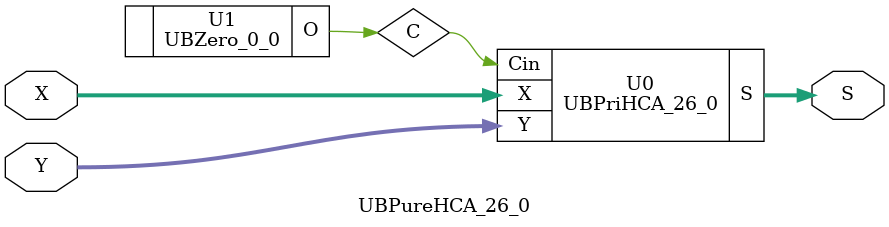
<source format=v>
/*----------------------------------------------------------------------------
  Copyright (c) 2021 Homma laboratory. All rights reserved.

  Top module: UBHCA_26_0_26_0

  Operand-1 length: 27
  Operand-2 length: 27
  Two-operand addition algorithm: Han-Carlson adder
----------------------------------------------------------------------------*/

module GPGenerator(Go, Po, A, B);
  output Go;
  output Po;
  input A;
  input B;
  assign Go = A & B;
  assign Po = A ^ B;
endmodule

module CarryOperator(Go, Po, Gi1, Pi1, Gi2, Pi2);
  output Go;
  output Po;
  input Gi1;
  input Gi2;
  input Pi1;
  input Pi2;
  assign Go = Gi1 | ( Gi2 & Pi1 );
  assign Po = Pi1 & Pi2;
endmodule

module UBPriHCA_26_0(S, X, Y, Cin);
  output [27:0] S;
  input Cin;
  input [26:0] X;
  input [26:0] Y;
  wire [26:0] G0;
  wire [26:0] G1;
  wire [26:0] G2;
  wire [26:0] G3;
  wire [26:0] G4;
  wire [26:0] G5;
  wire [26:0] G6;
  wire [26:0] P0;
  wire [26:0] P1;
  wire [26:0] P2;
  wire [26:0] P3;
  wire [26:0] P4;
  wire [26:0] P5;
  wire [26:0] P6;
  assign P1[0] = P0[0];
  assign G1[0] = G0[0];
  assign P1[2] = P0[2];
  assign G1[2] = G0[2];
  assign P1[4] = P0[4];
  assign G1[4] = G0[4];
  assign P1[6] = P0[6];
  assign G1[6] = G0[6];
  assign P1[8] = P0[8];
  assign G1[8] = G0[8];
  assign P1[10] = P0[10];
  assign G1[10] = G0[10];
  assign P1[12] = P0[12];
  assign G1[12] = G0[12];
  assign P1[14] = P0[14];
  assign G1[14] = G0[14];
  assign P1[16] = P0[16];
  assign G1[16] = G0[16];
  assign P1[18] = P0[18];
  assign G1[18] = G0[18];
  assign P1[20] = P0[20];
  assign G1[20] = G0[20];
  assign P1[22] = P0[22];
  assign G1[22] = G0[22];
  assign P1[24] = P0[24];
  assign G1[24] = G0[24];
  assign P1[26] = P0[26];
  assign G1[26] = G0[26];
  assign P2[0] = P1[0];
  assign G2[0] = G1[0];
  assign P2[1] = P1[1];
  assign G2[1] = G1[1];
  assign P2[2] = P1[2];
  assign G2[2] = G1[2];
  assign P2[4] = P1[4];
  assign G2[4] = G1[4];
  assign P2[6] = P1[6];
  assign G2[6] = G1[6];
  assign P2[8] = P1[8];
  assign G2[8] = G1[8];
  assign P2[10] = P1[10];
  assign G2[10] = G1[10];
  assign P2[12] = P1[12];
  assign G2[12] = G1[12];
  assign P2[14] = P1[14];
  assign G2[14] = G1[14];
  assign P2[16] = P1[16];
  assign G2[16] = G1[16];
  assign P2[18] = P1[18];
  assign G2[18] = G1[18];
  assign P2[20] = P1[20];
  assign G2[20] = G1[20];
  assign P2[22] = P1[22];
  assign G2[22] = G1[22];
  assign P2[24] = P1[24];
  assign G2[24] = G1[24];
  assign P2[26] = P1[26];
  assign G2[26] = G1[26];
  assign P3[0] = P2[0];
  assign G3[0] = G2[0];
  assign P3[1] = P2[1];
  assign G3[1] = G2[1];
  assign P3[2] = P2[2];
  assign G3[2] = G2[2];
  assign P3[3] = P2[3];
  assign G3[3] = G2[3];
  assign P3[4] = P2[4];
  assign G3[4] = G2[4];
  assign P3[6] = P2[6];
  assign G3[6] = G2[6];
  assign P3[8] = P2[8];
  assign G3[8] = G2[8];
  assign P3[10] = P2[10];
  assign G3[10] = G2[10];
  assign P3[12] = P2[12];
  assign G3[12] = G2[12];
  assign P3[14] = P2[14];
  assign G3[14] = G2[14];
  assign P3[16] = P2[16];
  assign G3[16] = G2[16];
  assign P3[18] = P2[18];
  assign G3[18] = G2[18];
  assign P3[20] = P2[20];
  assign G3[20] = G2[20];
  assign P3[22] = P2[22];
  assign G3[22] = G2[22];
  assign P3[24] = P2[24];
  assign G3[24] = G2[24];
  assign P3[26] = P2[26];
  assign G3[26] = G2[26];
  assign P4[0] = P3[0];
  assign G4[0] = G3[0];
  assign P4[1] = P3[1];
  assign G4[1] = G3[1];
  assign P4[2] = P3[2];
  assign G4[2] = G3[2];
  assign P4[3] = P3[3];
  assign G4[3] = G3[3];
  assign P4[4] = P3[4];
  assign G4[4] = G3[4];
  assign P4[5] = P3[5];
  assign G4[5] = G3[5];
  assign P4[6] = P3[6];
  assign G4[6] = G3[6];
  assign P4[7] = P3[7];
  assign G4[7] = G3[7];
  assign P4[8] = P3[8];
  assign G4[8] = G3[8];
  assign P4[10] = P3[10];
  assign G4[10] = G3[10];
  assign P4[12] = P3[12];
  assign G4[12] = G3[12];
  assign P4[14] = P3[14];
  assign G4[14] = G3[14];
  assign P4[16] = P3[16];
  assign G4[16] = G3[16];
  assign P4[18] = P3[18];
  assign G4[18] = G3[18];
  assign P4[20] = P3[20];
  assign G4[20] = G3[20];
  assign P4[22] = P3[22];
  assign G4[22] = G3[22];
  assign P4[24] = P3[24];
  assign G4[24] = G3[24];
  assign P4[26] = P3[26];
  assign G4[26] = G3[26];
  assign P5[0] = P4[0];
  assign G5[0] = G4[0];
  assign P5[1] = P4[1];
  assign G5[1] = G4[1];
  assign P5[2] = P4[2];
  assign G5[2] = G4[2];
  assign P5[3] = P4[3];
  assign G5[3] = G4[3];
  assign P5[4] = P4[4];
  assign G5[4] = G4[4];
  assign P5[5] = P4[5];
  assign G5[5] = G4[5];
  assign P5[6] = P4[6];
  assign G5[6] = G4[6];
  assign P5[7] = P4[7];
  assign G5[7] = G4[7];
  assign P5[8] = P4[8];
  assign G5[8] = G4[8];
  assign P5[9] = P4[9];
  assign G5[9] = G4[9];
  assign P5[10] = P4[10];
  assign G5[10] = G4[10];
  assign P5[11] = P4[11];
  assign G5[11] = G4[11];
  assign P5[12] = P4[12];
  assign G5[12] = G4[12];
  assign P5[13] = P4[13];
  assign G5[13] = G4[13];
  assign P5[14] = P4[14];
  assign G5[14] = G4[14];
  assign P5[15] = P4[15];
  assign G5[15] = G4[15];
  assign P5[16] = P4[16];
  assign G5[16] = G4[16];
  assign P5[18] = P4[18];
  assign G5[18] = G4[18];
  assign P5[20] = P4[20];
  assign G5[20] = G4[20];
  assign P5[22] = P4[22];
  assign G5[22] = G4[22];
  assign P5[24] = P4[24];
  assign G5[24] = G4[24];
  assign P5[26] = P4[26];
  assign G5[26] = G4[26];
  assign P6[0] = P5[0];
  assign G6[0] = G5[0];
  assign P6[1] = P5[1];
  assign G6[1] = G5[1];
  assign P6[3] = P5[3];
  assign G6[3] = G5[3];
  assign P6[5] = P5[5];
  assign G6[5] = G5[5];
  assign P6[7] = P5[7];
  assign G6[7] = G5[7];
  assign P6[9] = P5[9];
  assign G6[9] = G5[9];
  assign P6[11] = P5[11];
  assign G6[11] = G5[11];
  assign P6[13] = P5[13];
  assign G6[13] = G5[13];
  assign P6[15] = P5[15];
  assign G6[15] = G5[15];
  assign P6[17] = P5[17];
  assign G6[17] = G5[17];
  assign P6[19] = P5[19];
  assign G6[19] = G5[19];
  assign P6[21] = P5[21];
  assign G6[21] = G5[21];
  assign P6[23] = P5[23];
  assign G6[23] = G5[23];
  assign P6[25] = P5[25];
  assign G6[25] = G5[25];
  assign S[0] = Cin ^ P0[0];
  assign S[1] = ( G6[0] | ( P6[0] & Cin ) ) ^ P0[1];
  assign S[2] = ( G6[1] | ( P6[1] & Cin ) ) ^ P0[2];
  assign S[3] = ( G6[2] | ( P6[2] & Cin ) ) ^ P0[3];
  assign S[4] = ( G6[3] | ( P6[3] & Cin ) ) ^ P0[4];
  assign S[5] = ( G6[4] | ( P6[4] & Cin ) ) ^ P0[5];
  assign S[6] = ( G6[5] | ( P6[5] & Cin ) ) ^ P0[6];
  assign S[7] = ( G6[6] | ( P6[6] & Cin ) ) ^ P0[7];
  assign S[8] = ( G6[7] | ( P6[7] & Cin ) ) ^ P0[8];
  assign S[9] = ( G6[8] | ( P6[8] & Cin ) ) ^ P0[9];
  assign S[10] = ( G6[9] | ( P6[9] & Cin ) ) ^ P0[10];
  assign S[11] = ( G6[10] | ( P6[10] & Cin ) ) ^ P0[11];
  assign S[12] = ( G6[11] | ( P6[11] & Cin ) ) ^ P0[12];
  assign S[13] = ( G6[12] | ( P6[12] & Cin ) ) ^ P0[13];
  assign S[14] = ( G6[13] | ( P6[13] & Cin ) ) ^ P0[14];
  assign S[15] = ( G6[14] | ( P6[14] & Cin ) ) ^ P0[15];
  assign S[16] = ( G6[15] | ( P6[15] & Cin ) ) ^ P0[16];
  assign S[17] = ( G6[16] | ( P6[16] & Cin ) ) ^ P0[17];
  assign S[18] = ( G6[17] | ( P6[17] & Cin ) ) ^ P0[18];
  assign S[19] = ( G6[18] | ( P6[18] & Cin ) ) ^ P0[19];
  assign S[20] = ( G6[19] | ( P6[19] & Cin ) ) ^ P0[20];
  assign S[21] = ( G6[20] | ( P6[20] & Cin ) ) ^ P0[21];
  assign S[22] = ( G6[21] | ( P6[21] & Cin ) ) ^ P0[22];
  assign S[23] = ( G6[22] | ( P6[22] & Cin ) ) ^ P0[23];
  assign S[24] = ( G6[23] | ( P6[23] & Cin ) ) ^ P0[24];
  assign S[25] = ( G6[24] | ( P6[24] & Cin ) ) ^ P0[25];
  assign S[26] = ( G6[25] | ( P6[25] & Cin ) ) ^ P0[26];
  assign S[27] = G6[26] | ( P6[26] & Cin );
  GPGenerator U0 (G0[0], P0[0], X[0], Y[0]);
  GPGenerator U1 (G0[1], P0[1], X[1], Y[1]);
  GPGenerator U2 (G0[2], P0[2], X[2], Y[2]);
  GPGenerator U3 (G0[3], P0[3], X[3], Y[3]);
  GPGenerator U4 (G0[4], P0[4], X[4], Y[4]);
  GPGenerator U5 (G0[5], P0[5], X[5], Y[5]);
  GPGenerator U6 (G0[6], P0[6], X[6], Y[6]);
  GPGenerator U7 (G0[7], P0[7], X[7], Y[7]);
  GPGenerator U8 (G0[8], P0[8], X[8], Y[8]);
  GPGenerator U9 (G0[9], P0[9], X[9], Y[9]);
  GPGenerator U10 (G0[10], P0[10], X[10], Y[10]);
  GPGenerator U11 (G0[11], P0[11], X[11], Y[11]);
  GPGenerator U12 (G0[12], P0[12], X[12], Y[12]);
  GPGenerator U13 (G0[13], P0[13], X[13], Y[13]);
  GPGenerator U14 (G0[14], P0[14], X[14], Y[14]);
  GPGenerator U15 (G0[15], P0[15], X[15], Y[15]);
  GPGenerator U16 (G0[16], P0[16], X[16], Y[16]);
  GPGenerator U17 (G0[17], P0[17], X[17], Y[17]);
  GPGenerator U18 (G0[18], P0[18], X[18], Y[18]);
  GPGenerator U19 (G0[19], P0[19], X[19], Y[19]);
  GPGenerator U20 (G0[20], P0[20], X[20], Y[20]);
  GPGenerator U21 (G0[21], P0[21], X[21], Y[21]);
  GPGenerator U22 (G0[22], P0[22], X[22], Y[22]);
  GPGenerator U23 (G0[23], P0[23], X[23], Y[23]);
  GPGenerator U24 (G0[24], P0[24], X[24], Y[24]);
  GPGenerator U25 (G0[25], P0[25], X[25], Y[25]);
  GPGenerator U26 (G0[26], P0[26], X[26], Y[26]);
  CarryOperator U27 (G1[1], P1[1], G0[1], P0[1], G0[0], P0[0]);
  CarryOperator U28 (G1[3], P1[3], G0[3], P0[3], G0[2], P0[2]);
  CarryOperator U29 (G1[5], P1[5], G0[5], P0[5], G0[4], P0[4]);
  CarryOperator U30 (G1[7], P1[7], G0[7], P0[7], G0[6], P0[6]);
  CarryOperator U31 (G1[9], P1[9], G0[9], P0[9], G0[8], P0[8]);
  CarryOperator U32 (G1[11], P1[11], G0[11], P0[11], G0[10], P0[10]);
  CarryOperator U33 (G1[13], P1[13], G0[13], P0[13], G0[12], P0[12]);
  CarryOperator U34 (G1[15], P1[15], G0[15], P0[15], G0[14], P0[14]);
  CarryOperator U35 (G1[17], P1[17], G0[17], P0[17], G0[16], P0[16]);
  CarryOperator U36 (G1[19], P1[19], G0[19], P0[19], G0[18], P0[18]);
  CarryOperator U37 (G1[21], P1[21], G0[21], P0[21], G0[20], P0[20]);
  CarryOperator U38 (G1[23], P1[23], G0[23], P0[23], G0[22], P0[22]);
  CarryOperator U39 (G1[25], P1[25], G0[25], P0[25], G0[24], P0[24]);
  CarryOperator U40 (G2[3], P2[3], G1[3], P1[3], G1[1], P1[1]);
  CarryOperator U41 (G2[5], P2[5], G1[5], P1[5], G1[3], P1[3]);
  CarryOperator U42 (G2[7], P2[7], G1[7], P1[7], G1[5], P1[5]);
  CarryOperator U43 (G2[9], P2[9], G1[9], P1[9], G1[7], P1[7]);
  CarryOperator U44 (G2[11], P2[11], G1[11], P1[11], G1[9], P1[9]);
  CarryOperator U45 (G2[13], P2[13], G1[13], P1[13], G1[11], P1[11]);
  CarryOperator U46 (G2[15], P2[15], G1[15], P1[15], G1[13], P1[13]);
  CarryOperator U47 (G2[17], P2[17], G1[17], P1[17], G1[15], P1[15]);
  CarryOperator U48 (G2[19], P2[19], G1[19], P1[19], G1[17], P1[17]);
  CarryOperator U49 (G2[21], P2[21], G1[21], P1[21], G1[19], P1[19]);
  CarryOperator U50 (G2[23], P2[23], G1[23], P1[23], G1[21], P1[21]);
  CarryOperator U51 (G2[25], P2[25], G1[25], P1[25], G1[23], P1[23]);
  CarryOperator U52 (G3[5], P3[5], G2[5], P2[5], G2[1], P2[1]);
  CarryOperator U53 (G3[7], P3[7], G2[7], P2[7], G2[3], P2[3]);
  CarryOperator U54 (G3[9], P3[9], G2[9], P2[9], G2[5], P2[5]);
  CarryOperator U55 (G3[11], P3[11], G2[11], P2[11], G2[7], P2[7]);
  CarryOperator U56 (G3[13], P3[13], G2[13], P2[13], G2[9], P2[9]);
  CarryOperator U57 (G3[15], P3[15], G2[15], P2[15], G2[11], P2[11]);
  CarryOperator U58 (G3[17], P3[17], G2[17], P2[17], G2[13], P2[13]);
  CarryOperator U59 (G3[19], P3[19], G2[19], P2[19], G2[15], P2[15]);
  CarryOperator U60 (G3[21], P3[21], G2[21], P2[21], G2[17], P2[17]);
  CarryOperator U61 (G3[23], P3[23], G2[23], P2[23], G2[19], P2[19]);
  CarryOperator U62 (G3[25], P3[25], G2[25], P2[25], G2[21], P2[21]);
  CarryOperator U63 (G4[9], P4[9], G3[9], P3[9], G3[1], P3[1]);
  CarryOperator U64 (G4[11], P4[11], G3[11], P3[11], G3[3], P3[3]);
  CarryOperator U65 (G4[13], P4[13], G3[13], P3[13], G3[5], P3[5]);
  CarryOperator U66 (G4[15], P4[15], G3[15], P3[15], G3[7], P3[7]);
  CarryOperator U67 (G4[17], P4[17], G3[17], P3[17], G3[9], P3[9]);
  CarryOperator U68 (G4[19], P4[19], G3[19], P3[19], G3[11], P3[11]);
  CarryOperator U69 (G4[21], P4[21], G3[21], P3[21], G3[13], P3[13]);
  CarryOperator U70 (G4[23], P4[23], G3[23], P3[23], G3[15], P3[15]);
  CarryOperator U71 (G4[25], P4[25], G3[25], P3[25], G3[17], P3[17]);
  CarryOperator U72 (G5[17], P5[17], G4[17], P4[17], G4[1], P4[1]);
  CarryOperator U73 (G5[19], P5[19], G4[19], P4[19], G4[3], P4[3]);
  CarryOperator U74 (G5[21], P5[21], G4[21], P4[21], G4[5], P4[5]);
  CarryOperator U75 (G5[23], P5[23], G4[23], P4[23], G4[7], P4[7]);
  CarryOperator U76 (G5[25], P5[25], G4[25], P4[25], G4[9], P4[9]);
  CarryOperator U77 (G6[2], P6[2], G5[2], P5[2], G5[1], P5[1]);
  CarryOperator U78 (G6[4], P6[4], G5[4], P5[4], G5[3], P5[3]);
  CarryOperator U79 (G6[6], P6[6], G5[6], P5[6], G5[5], P5[5]);
  CarryOperator U80 (G6[8], P6[8], G5[8], P5[8], G5[7], P5[7]);
  CarryOperator U81 (G6[10], P6[10], G5[10], P5[10], G5[9], P5[9]);
  CarryOperator U82 (G6[12], P6[12], G5[12], P5[12], G5[11], P5[11]);
  CarryOperator U83 (G6[14], P6[14], G5[14], P5[14], G5[13], P5[13]);
  CarryOperator U84 (G6[16], P6[16], G5[16], P5[16], G5[15], P5[15]);
  CarryOperator U85 (G6[18], P6[18], G5[18], P5[18], G5[17], P5[17]);
  CarryOperator U86 (G6[20], P6[20], G5[20], P5[20], G5[19], P5[19]);
  CarryOperator U87 (G6[22], P6[22], G5[22], P5[22], G5[21], P5[21]);
  CarryOperator U88 (G6[24], P6[24], G5[24], P5[24], G5[23], P5[23]);
  CarryOperator U89 (G6[26], P6[26], G5[26], P5[26], G5[25], P5[25]);
endmodule

module UBZero_0_0(O);
  output [0:0] O;
  assign O[0] = 0;
endmodule

module UBHCA_26_0_26_0 (S, X, Y);
  output [27:0] S;
  input [26:0] X;
  input [26:0] Y;
  UBPureHCA_26_0 U0 (S[27:0], X[26:0], Y[26:0]);
endmodule

module UBPureHCA_26_0 (S, X, Y);
  output [27:0] S;
  input [26:0] X;
  input [26:0] Y;
  wire C;
  UBPriHCA_26_0 U0 (S, X, Y, C);
  UBZero_0_0 U1 (C);
endmodule


</source>
